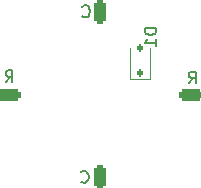
<source format=gbo>
G04 #@! TF.GenerationSoftware,KiCad,Pcbnew,8.0.8*
G04 #@! TF.CreationDate,2025-02-24T20:20:40+01:00*
G04 #@! TF.ProjectId,amoeba-ulp,616d6f65-6261-42d7-956c-702e6b696361,rev?*
G04 #@! TF.SameCoordinates,Original*
G04 #@! TF.FileFunction,Legend,Bot*
G04 #@! TF.FilePolarity,Positive*
%FSLAX46Y46*%
G04 Gerber Fmt 4.6, Leading zero omitted, Abs format (unit mm)*
G04 Created by KiCad (PCBNEW 8.0.8) date 2025-02-24 20:20:40*
%MOMM*%
%LPD*%
G01*
G04 APERTURE LIST*
G04 Aperture macros list*
%AMRoundRect*
0 Rectangle with rounded corners*
0 $1 Rounding radius*
0 $2 $3 $4 $5 $6 $7 $8 $9 X,Y pos of 4 corners*
0 Add a 4 corners polygon primitive as box body*
4,1,4,$2,$3,$4,$5,$6,$7,$8,$9,$2,$3,0*
0 Add four circle primitives for the rounded corners*
1,1,$1+$1,$2,$3*
1,1,$1+$1,$4,$5*
1,1,$1+$1,$6,$7*
1,1,$1+$1,$8,$9*
0 Add four rect primitives between the rounded corners*
20,1,$1+$1,$2,$3,$4,$5,0*
20,1,$1+$1,$4,$5,$6,$7,0*
20,1,$1+$1,$6,$7,$8,$9,0*
20,1,$1+$1,$8,$9,$2,$3,0*%
G04 Aperture macros list end*
%ADD10C,0.150000*%
%ADD11C,0.120000*%
%ADD12RoundRect,0.112500X0.112500X-0.187500X0.112500X0.187500X-0.112500X0.187500X-0.112500X-0.187500X0*%
%ADD13RoundRect,0.250000X0.750000X-0.250000X0.750000X0.250000X-0.750000X0.250000X-0.750000X-0.250000X0*%
%ADD14RoundRect,0.250000X0.250000X0.750000X-0.250000X0.750000X-0.250000X-0.750000X0.250000X-0.750000X0*%
%ADD15C,0.800000*%
G04 APERTURE END LIST*
D10*
X111854819Y-100761905D02*
X110854819Y-100761905D01*
X110854819Y-100761905D02*
X110854819Y-101000000D01*
X110854819Y-101000000D02*
X110902438Y-101142857D01*
X110902438Y-101142857D02*
X110997676Y-101238095D01*
X110997676Y-101238095D02*
X111092914Y-101285714D01*
X111092914Y-101285714D02*
X111283390Y-101333333D01*
X111283390Y-101333333D02*
X111426247Y-101333333D01*
X111426247Y-101333333D02*
X111616723Y-101285714D01*
X111616723Y-101285714D02*
X111711961Y-101238095D01*
X111711961Y-101238095D02*
X111807200Y-101142857D01*
X111807200Y-101142857D02*
X111854819Y-101000000D01*
X111854819Y-101000000D02*
X111854819Y-100761905D01*
X111854819Y-102285714D02*
X111854819Y-101714286D01*
X111854819Y-102000000D02*
X110854819Y-102000000D01*
X110854819Y-102000000D02*
X110997676Y-101904762D01*
X110997676Y-101904762D02*
X111092914Y-101809524D01*
X111092914Y-101809524D02*
X111140533Y-101714286D01*
X114590476Y-105454819D02*
X114923809Y-104978628D01*
X115161904Y-105454819D02*
X115161904Y-104454819D01*
X115161904Y-104454819D02*
X114780952Y-104454819D01*
X114780952Y-104454819D02*
X114685714Y-104502438D01*
X114685714Y-104502438D02*
X114638095Y-104550057D01*
X114638095Y-104550057D02*
X114590476Y-104645295D01*
X114590476Y-104645295D02*
X114590476Y-104788152D01*
X114590476Y-104788152D02*
X114638095Y-104883390D01*
X114638095Y-104883390D02*
X114685714Y-104931009D01*
X114685714Y-104931009D02*
X114780952Y-104978628D01*
X114780952Y-104978628D02*
X115161904Y-104978628D01*
X99090476Y-105354819D02*
X99423809Y-104878628D01*
X99661904Y-105354819D02*
X99661904Y-104354819D01*
X99661904Y-104354819D02*
X99280952Y-104354819D01*
X99280952Y-104354819D02*
X99185714Y-104402438D01*
X99185714Y-104402438D02*
X99138095Y-104450057D01*
X99138095Y-104450057D02*
X99090476Y-104545295D01*
X99090476Y-104545295D02*
X99090476Y-104688152D01*
X99090476Y-104688152D02*
X99138095Y-104783390D01*
X99138095Y-104783390D02*
X99185714Y-104831009D01*
X99185714Y-104831009D02*
X99280952Y-104878628D01*
X99280952Y-104878628D02*
X99661904Y-104878628D01*
X105490476Y-113759580D02*
X105538095Y-113807200D01*
X105538095Y-113807200D02*
X105680952Y-113854819D01*
X105680952Y-113854819D02*
X105776190Y-113854819D01*
X105776190Y-113854819D02*
X105919047Y-113807200D01*
X105919047Y-113807200D02*
X106014285Y-113711961D01*
X106014285Y-113711961D02*
X106061904Y-113616723D01*
X106061904Y-113616723D02*
X106109523Y-113426247D01*
X106109523Y-113426247D02*
X106109523Y-113283390D01*
X106109523Y-113283390D02*
X106061904Y-113092914D01*
X106061904Y-113092914D02*
X106014285Y-112997676D01*
X106014285Y-112997676D02*
X105919047Y-112902438D01*
X105919047Y-112902438D02*
X105776190Y-112854819D01*
X105776190Y-112854819D02*
X105680952Y-112854819D01*
X105680952Y-112854819D02*
X105538095Y-112902438D01*
X105538095Y-112902438D02*
X105490476Y-112950057D01*
X105590476Y-99759580D02*
X105638095Y-99807200D01*
X105638095Y-99807200D02*
X105780952Y-99854819D01*
X105780952Y-99854819D02*
X105876190Y-99854819D01*
X105876190Y-99854819D02*
X106019047Y-99807200D01*
X106019047Y-99807200D02*
X106114285Y-99711961D01*
X106114285Y-99711961D02*
X106161904Y-99616723D01*
X106161904Y-99616723D02*
X106209523Y-99426247D01*
X106209523Y-99426247D02*
X106209523Y-99283390D01*
X106209523Y-99283390D02*
X106161904Y-99092914D01*
X106161904Y-99092914D02*
X106114285Y-98997676D01*
X106114285Y-98997676D02*
X106019047Y-98902438D01*
X106019047Y-98902438D02*
X105876190Y-98854819D01*
X105876190Y-98854819D02*
X105780952Y-98854819D01*
X105780952Y-98854819D02*
X105638095Y-98902438D01*
X105638095Y-98902438D02*
X105590476Y-98950057D01*
D11*
X109650000Y-105110000D02*
X109650000Y-102450000D01*
X111350000Y-105110000D02*
X109650000Y-105110000D01*
X111350000Y-105110000D02*
X111350000Y-102450000D01*
%LPC*%
D12*
X110500000Y-104550000D03*
X110500000Y-102450000D03*
D13*
X114800000Y-106400000D03*
X99400000Y-106400000D03*
D14*
X107100000Y-113400000D03*
X107100000Y-99400000D03*
D15*
X108900000Y-101600000D03*
X104000000Y-105200000D03*
X104000000Y-107600000D03*
%LPD*%
M02*

</source>
